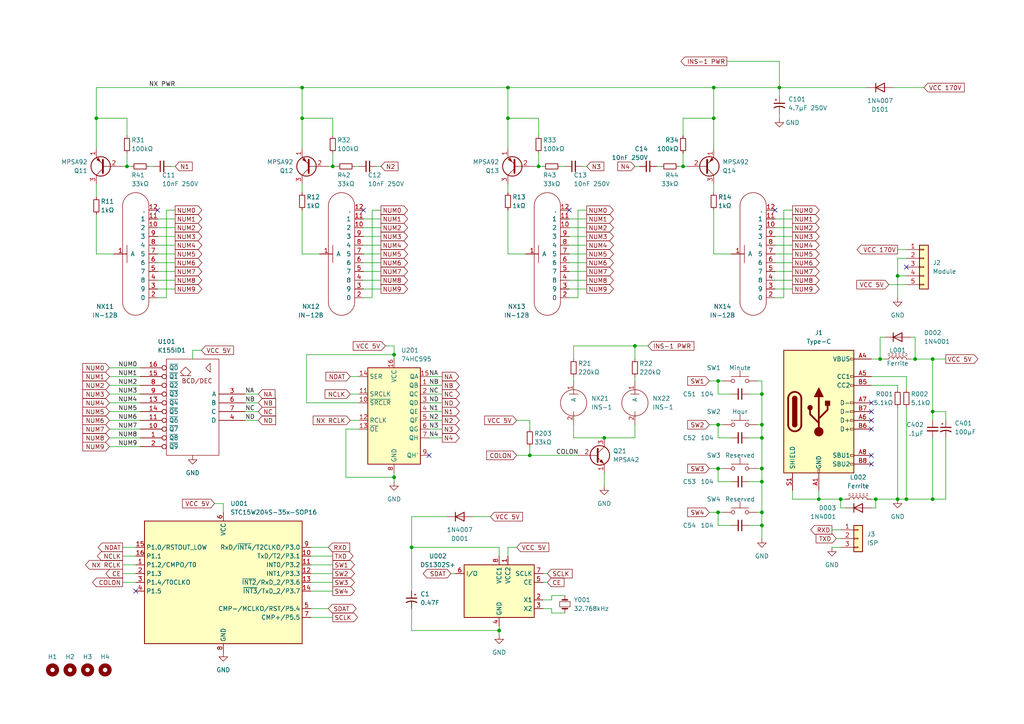
<source format=kicad_sch>
(kicad_sch (version 20211123) (generator eeschema)
  (paper "A4")
  (title_block (title "Glacc Nixie Tube Clock Schematic") (date "2023-01-17") (rev "1.1") (company "Glacc"))
  (lib_symbols
    (symbol "74xx:74HC595"
      (property "Reference" "U" (at -7.62 13.97 0))
      (property "Value" "74HC595" (at -7.62 -16.51 0))
      (symbol "74HC595_1_0"
        (pin tri_state line (at 10.16 7.62 180) (length 2.54) (name "QB") (number "1"))
        (pin input line (at -10.16 2.54 0) (length 2.54) (name "~{SRCLR}") (number "10"))
        (pin input line (at -10.16 5.08 0) (length 2.54) (name "SRCLK") (number "11"))
        (pin input line (at -10.16 -2.54 0) (length 2.54) (name "RCLK") (number "12"))
        (pin input line (at -10.16 -5.08 0) (length 2.54) (name "~{OE}") (number "13"))
        (pin input line (at -10.16 10.16 0) (length 2.54) (name "SER") (number "14"))
        (pin tri_state line (at 10.16 10.16 180) (length 2.54) (name "QA") (number "15"))
        (pin power_in line (at 0 15.24 270) (length 2.54) (name "VCC") (number "16"))
        (pin tri_state line (at 10.16 5.08 180) (length 2.54) (name "QC") (number "2"))
        (pin tri_state line (at 10.16 2.54 180) (length 2.54) (name "QD") (number "3"))
        (pin tri_state line (at 10.16 0 180) (length 2.54) (name "QE") (number "4"))
        (pin tri_state line (at 10.16 -2.54 180) (length 2.54) (name "QF") (number "5"))
        (pin tri_state line (at 10.16 -5.08 180) (length 2.54) (name "QG") (number "6"))
        (pin tri_state line (at 10.16 -7.62 180) (length 2.54) (name "QH") (number "7"))
        (pin power_in line (at 0 -17.78 90) (length 2.54) (name "GND") (number "8"))
        (pin output line (at 10.16 -12.7 180) (length 2.54) (name "QH'") (number "9"))
      )
    )
    (symbol "74xx_IEEE:74141" (pin_names (offset 0.762))
      (property "Reference" "U" (at 0 0 0))
      (property "Value" "74141" (at 7.62 -15.24 0))
      (symbol "74141_0_0"
        (text "BCD/DEC" (at -1.27 7.62 0) (effects (font (size 1.27 1.27))))
        (pin power_in line (at 0 -13.97 90) (length 0) hide (name "GND") (number "12"))
        (pin power_in line (at 0 13.97 270) (length 0) hide (name "VCC") (number "5"))
      )
      (symbol "74141_1_1"
        (pin open_collector inverted (at 15.24 -8.89 180) (length 7.62) (name "~{Q8}") (number "1"))
        (pin open_collector inverted (at 15.24 -6.35 180) (length 7.62) (name "~{Q7}") (number "10"))
        (pin open_collector inverted (at 15.24 -3.81 180) (length 7.62) (name "~{Q6}") (number "11"))
        (pin open_collector inverted (at 15.24 1.27 180) (length 7.62) (name "~{Q4}") (number "13"))
        (pin open_collector inverted (at 15.24 -1.27 180) (length 7.62) (name "~{Q5}") (number "14"))
        (pin open_collector inverted (at 15.24 8.89 180) (length 7.62) (name "~{Q1}") (number "15"))
        (pin open_collector inverted (at 15.24 11.43 180) (length 7.62) (name "~{Q0}") (number "16"))
        (pin open_collector inverted (at 15.24 -11.43 180) (length 7.62) (name "~{Q9}") (number "2"))
        (pin input line (at -15.24 3.81 0) (length 7.62) (name "A") (number "3"))
        (pin input line (at -15.24 -3.81 0) (length 7.62) (name "D") (number "4"))
        (pin input line (at -15.24 1.27 0) (length 7.62) (name "B") (number "6"))
        (pin input line (at -15.24 -1.27 0) (length 7.62) (name "C") (number "7"))
        (pin open_collector inverted (at 15.24 6.35 180) (length 7.62) (name "~{Q2}") (number "8"))
        (pin open_collector inverted (at 15.24 3.81 180) (length 7.62) (name "~{Q3}") (number "9"))
      )
    )
    (symbol "Connector:USB_C_Receptacle_USB2.0" (pin_names (offset 1.016))
      (property "Reference" "J" (at -10.16 19.05 0))
      (property "Value" "USB_C_Receptacle_USB2.0" (at 19.05 19.05 0))
      (symbol "USB_C_Receptacle_USB2.0_1_1"
        (pin passive line (at 0 -22.86 90) (length 5.08) (name "GND") (number "A1"))
        (pin passive line (at 0 -22.86 90) (length 5.08) hide (name "GND") (number "A12"))
        (pin passive line (at 15.24 15.24 180) (length 5.08) (name "VBUS") (number "A4"))
        (pin bidirectional line (at 15.24 10.16 180) (length 5.08) (name "CC1") (number "A5"))
        (pin bidirectional line (at 15.24 -2.54 180) (length 5.08) (name "D+") (number "A6"))
        (pin bidirectional line (at 15.24 2.54 180) (length 5.08) (name "D-") (number "A7"))
        (pin bidirectional line (at 15.24 -12.7 180) (length 5.08) (name "SBU1") (number "A8"))
        (pin passive line (at 15.24 15.24 180) (length 5.08) hide (name "VBUS") (number "A9"))
        (pin passive line (at 0 -22.86 90) (length 5.08) hide (name "GND") (number "B1"))
        (pin passive line (at 0 -22.86 90) (length 5.08) hide (name "GND") (number "B12"))
        (pin passive line (at 15.24 15.24 180) (length 5.08) hide (name "VBUS") (number "B4"))
        (pin bidirectional line (at 15.24 7.62 180) (length 5.08) (name "CC2") (number "B5"))
        (pin bidirectional line (at 15.24 -5.08 180) (length 5.08) (name "D+") (number "B6"))
        (pin bidirectional line (at 15.24 0 180) (length 5.08) (name "D-") (number "B7"))
        (pin bidirectional line (at 15.24 -15.24 180) (length 5.08) (name "SBU2") (number "B8"))
        (pin passive line (at 15.24 15.24 180) (length 5.08) hide (name "VBUS") (number "B9"))
        (pin passive line (at -7.62 -22.86 90) (length 5.08) (name "SHIELD") (number "S1"))
      )
    )
    (symbol "Connector_Generic:Conn_01x03" (pin_names (offset 1.016) hide)
      (property "Reference" "J" (at 0 5.08 0))
      (property "Value" "Conn_01x03" (at 0 -5.08 0))
      (symbol "Conn_01x03_1_1"
        (pin passive line (at -5.08 2.54 0) (length 3.81) (name "Pin_1") (number "1"))
        (pin passive line (at -5.08 0 0) (length 3.81) (name "Pin_2") (number "2"))
        (pin passive line (at -5.08 -2.54 0) (length 3.81) (name "Pin_3") (number "3"))
      )
    )
    (symbol "Connector_Generic:Conn_01x05" (pin_names (offset 1.016) hide)
      (property "Reference" "J" (at 0 7.62 0))
      (property "Value" "Conn_01x05" (at 0 -7.62 0))
      (symbol "Conn_01x05_1_1"
        (pin passive line (at -5.08 5.08 0) (length 3.81) (name "Pin_1") (number "1"))
        (pin passive line (at -5.08 2.54 0) (length 3.81) (name "Pin_2") (number "2"))
        (pin passive line (at -5.08 0 0) (length 3.81) (name "Pin_3") (number "3"))
        (pin passive line (at -5.08 -2.54 0) (length 3.81) (name "Pin_4") (number "4"))
        (pin passive line (at -5.08 -5.08 0) (length 3.81) (name "Pin_5") (number "5"))
      )
    )
    (symbol "Custom_Symbols:IN-12B" (pin_names (offset 1.016))
      (property "Reference" "NX" (at 0 19.05 0))
      (property "Value" "IN-12B" (at 0 -19.05 0))
      (symbol "IN-12B_1_1"
        (pin bidirectional line (at -6.35 0 0) (length 3.81) (name "A") (number "1"))
        (pin bidirectional line (at 6.35 -7.62 180) (length 2.54) (name "2") (number "10"))
        (pin bidirectional line (at 6.35 -10.16 180) (length 2.54) (name "1") (number "11"))
        (pin bidirectional line (at 6.35 -12.7 180) (length 2.54) (name ".") (number "12"))
        (pin bidirectional line (at 6.35 12.7 180) (length 2.54) (name "0") (number "2"))
        (pin bidirectional line (at 6.35 10.16 180) (length 2.54) (name "9") (number "3"))
        (pin bidirectional line (at 6.35 7.62 180) (length 2.54) (name "8") (number "4"))
        (pin bidirectional line (at 6.35 5.08 180) (length 2.54) (name "7") (number "5"))
        (pin bidirectional line (at 6.35 2.54 180) (length 2.54) (name "6") (number "6"))
        (pin bidirectional line (at 6.35 0 180) (length 2.54) (name "5") (number "7"))
        (pin bidirectional line (at 6.35 -2.54 180) (length 2.54) (name "4") (number "8"))
        (pin bidirectional line (at 6.35 -5.08 180) (length 2.54) (name "3") (number "9"))
      )
    )
    (symbol "Custom_Symbols:INS-1" (pin_names (offset 1.016))
      (property "Reference" "NX5" (at 4.5212 1.1684 0))
      (property "Value" "INS-1" (at 4.5212 -1.143 0))
      (symbol "INS-1_1_1"
        (pin bidirectional line (at 0 6.35 270) (length 3.81) (name "A") (number "1"))
        (pin power_in line (at 0 -6.35 90) (length 3.81) (name "~") (number "2"))
      )
    )
    (symbol "Device:C_Polarized_Small_US" (pin_numbers hide) (pin_names (offset 0.254) hide)
      (property "Reference" "C" (at 0.254 1.778 0))
      (property "Value" "C_Polarized_Small_US" (at 0.254 -2.032 0))
      (symbol "C_Polarized_Small_US_1_1"
        (pin passive line (at 0 2.54 270) (length 2.032) (name "~") (number "1"))
        (pin passive line (at 0 -2.54 90) (length 2.032) (name "~") (number "2"))
      )
    )
    (symbol "Device:C_Small" (pin_numbers hide) (pin_names (offset 0.254) hide)
      (property "Reference" "C" (at 0.254 1.778 0))
      (property "Value" "C_Small" (at 0.254 -2.032 0))
      (symbol "C_Small_1_1"
        (pin passive line (at 0 2.54 270) (length 2.032) (name "~") (number "1"))
        (pin passive line (at 0 -2.54 90) (length 2.032) (name "~") (number "2"))
      )
    )
    (symbol "Device:Crystal_Small" (pin_numbers hide) (pin_names (offset 1.016) hide)
      (property "Reference" "Y" (at 0 2.54 0))
      (property "Value" "Crystal_Small" (at 0 -2.54 0))
      (symbol "Crystal_Small_1_1"
        (pin passive line (at -2.54 0 0) (length 1.27) (name "1") (number "1"))
        (pin passive line (at 2.54 0 180) (length 1.27) (name "2") (number "2"))
      )
    )
    (symbol "Device:L_Ferrite" (pin_numbers hide) (pin_names (offset 1.016) hide)
      (property "Reference" "L" (at -1.27 0 90))
      (property "Value" "L_Ferrite" (at 2.794 0 90))
      (symbol "L_Ferrite_1_1"
        (pin passive line (at 0 3.81 270) (length 1.27) (name "1") (number "1"))
        (pin passive line (at 0 -3.81 90) (length 1.27) (name "2") (number "2"))
      )
    )
    (symbol "Device:R_Small" (pin_numbers hide) (pin_names (offset 0.254) hide)
      (property "Reference" "R" (at 0.762 0.508 0))
      (property "Value" "R_Small" (at 0.762 -1.016 0))
      (symbol "R_Small_1_1"
        (pin passive line (at 0 2.54 270) (length 0.762) (name "~") (number "1"))
        (pin passive line (at 0 -2.54 90) (length 0.762) (name "~") (number "2"))
      )
    )
    (symbol "Diode:1N4007" (pin_numbers hide) (pin_names (offset 1.016) hide)
      (property "Reference" "D" (at 0 2.54 0))
      (property "Value" "1N4007" (at 0 -2.54 0))
      (symbol "1N4007_1_1"
        (pin passive line (at -3.81 0 0) (length 2.54) (name "K") (number "1"))
        (pin passive line (at 3.81 0 180) (length 2.54) (name "A") (number "2"))
      )
    )
    (symbol "MCU_STC:STC15W204S-35x-SOP16"
      (property "Reference" "U" (at -22.86 19.05 0))
      (property "Value" "STC15W204S-35x-SOP16" (at 1.27 19.05 0))
      (symbol "STC15W204S-35x-SOP16_1_1"
        (pin bidirectional line (at -25.4 5.08 0) (length 2.54) (name "P1.2/CMPO/T0") (number "1"))
        (pin bidirectional line (at 25.4 7.62 180) (length 2.54) (name "TxD/T2/P3.1") (number "10"))
        (pin bidirectional line (at 25.4 5.08 180) (length 2.54) (name "INT0/P3.2") (number "11"))
        (pin bidirectional line (at 25.4 2.54 180) (length 2.54) (name "INT1/P3.3") (number "12"))
        (pin bidirectional line (at 25.4 0 180) (length 2.54) (name "~{INT2}/RxD_2/P3.6") (number "13"))
        (pin bidirectional line (at 25.4 -2.54 180) (length 2.54) (name "~{INT3}/TxD_2/P3.7") (number "14"))
        (pin bidirectional line (at -25.4 10.16 0) (length 2.54) (name "P1.0/RSTOUT_LOW") (number "15"))
        (pin bidirectional line (at -25.4 7.62 0) (length 2.54) (name "P1.1") (number "16"))
        (pin bidirectional line (at -25.4 2.54 0) (length 2.54) (name "P1.3") (number "2"))
        (pin bidirectional line (at -25.4 0 0) (length 2.54) (name "P1.4/T0CLKO") (number "3"))
        (pin bidirectional line (at -25.4 -2.54 0) (length 2.54) (name "P1.5") (number "4"))
        (pin bidirectional line (at 25.4 -7.62 180) (length 2.54) (name "CMP-/MCLKO/RST/P5.4") (number "5"))
        (pin power_in line (at 0 20.32 270) (length 2.54) (name "VCC") (number "6"))
        (pin bidirectional line (at 25.4 -10.16 180) (length 2.54) (name "CMP+/P5.5") (number "7"))
        (pin power_in line (at 0 -20.32 90) (length 2.54) (name "GND") (number "8"))
        (pin bidirectional line (at 25.4 10.16 180) (length 2.54) (name "RxD/~{INT4}/T2CLKO/P3.0") (number "9"))
      )
    )
    (symbol "Mechanical:MountingHole" (pin_names (offset 1.016))
      (property "Reference" "H" (at 0 5.08 0))
      (property "Value" "MountingHole" (at 0 3.175 0))
    )
    (symbol "Switch:SW_Push" (pin_numbers hide) (pin_names (offset 1.016) hide)
      (property "Reference" "SW" (at 1.27 2.54 0))
      (property "Value" "SW_Push" (at 0 -1.524 0))
      (symbol "SW_Push_0_1"
        (pin passive line (at -5.08 0 0) (length 2.54) (name "1") (number "1"))
        (pin passive line (at 5.08 0 180) (length 2.54) (name "2") (number "2"))
      )
    )
    (symbol "Timer_RTC:DS1302S+"
      (property "Reference" "U" (at -8.89 8.89 0))
      (property "Value" "DS1302S+" (at 1.27 8.89 0))
      (symbol "DS1302S+_1_1"
        (pin power_in line (at -2.54 10.16 270) (length 2.54) (name "VCC2") (number "1"))
        (pin input line (at -12.7 -2.54 0) (length 2.54) (name "X1") (number "2"))
        (pin input line (at -12.7 -5.08 0) (length 2.54) (name "X2") (number "3"))
        (pin power_in line (at 0 -10.16 90) (length 2.54) (name "GND") (number "4"))
        (pin input line (at -12.7 2.54 0) (length 2.54) (name "CE") (number "5"))
        (pin bidirectional line (at 12.7 5.08 180) (length 2.54) (name "I/O") (number "6"))
        (pin input line (at -12.7 5.08 0) (length 2.54) (name "SCLK") (number "7"))
        (pin power_in line (at 0 10.16 270) (length 2.54) (name "VCC1") (number "8"))
      )
    )
    (symbol "Transistor_BJT:MPSA42" (pin_names (offset 1.016) hide)
      (property "Reference" "Q" (at 5.08 1.905 0))
      (property "Value" "MPSA42" (at 5.08 0 0))
      (symbol "MPSA42_1_1"
        (pin passive line (at 2.54 -5.08 90) (length 2.54) (name "E") (number "1"))
        (pin input line (at -5.08 0 0) (length 5.08) (name "B") (number "2"))
        (pin passive line (at 2.54 5.08 270) (length 2.54) (name "C") (number "3"))
      )
    )
    (symbol "Transistor_BJT:MPSA92" (pin_names (offset 1.016) hide)
      (property "Reference" "Q" (at 5.08 1.905 0))
      (property "Value" "MPSA92" (at 5.08 0 0))
      (symbol "MPSA92_1_1"
        (pin passive line (at 2.54 -5.08 90) (length 2.54) (name "E") (number "1"))
        (pin input line (at -5.08 0 0) (length 5.08) (name "B") (number "2"))
        (pin passive line (at 2.54 5.08 270) (length 2.54) (name "C") (number "3"))
      )
    )
    (symbol "power:GND" (power) (pin_names (offset 0))
      (property "Value" "GND" (at 0 -3.81 0))
      (symbol "GND_1_1"
        (pin power_in line (at 0 0 270) (length 0) hide (name "GND") (number "1"))
      )
    )
  )
  (junction (at 87.63 25.4))
  (junction (at 208.28 110.49))
  (junction (at 153.67 132.08))
  (junction (at 208.28 135.89))
  (junction (at 270.51 104.14))
  (junction (at 220.98 152.4))
  (junction (at 260.35 144.78))
  (junction (at 255.27 104.14))
  (junction (at 220.98 148.59))
  (junction (at 262.89 144.78))
  (junction (at 265.43 104.14))
  (junction (at 36.83 48.26))
  (junction (at 144.78 182.88))
  (junction (at 207.01 25.4))
  (junction (at 220.98 127))
  (junction (at 208.28 123.19))
  (junction (at 114.3 102.87))
  (junction (at 147.32 25.4))
  (junction (at 220.98 123.19))
  (junction (at 270.51 144.78))
  (junction (at 220.98 139.7))
  (junction (at 207.01 34.29))
  (junction (at 220.98 135.89))
  (junction (at 226.06 25.4))
  (junction (at 184.15 100.33))
  (junction (at 270.51 119.38))
  (junction (at 175.26 127))
  (junction (at 220.98 114.3))
  (junction (at 27.94 34.29))
  (junction (at 119.38 158.75))
  (junction (at 87.63 34.29))
  (junction (at 96.52 48.26))
  (junction (at 198.12 48.26))
  (junction (at 156.21 48.26))
  (junction (at 114.3 138.43))
  (junction (at 254 144.78))
  (junction (at 208.28 148.59))
  (junction (at 147.32 34.29))
  (junction (at 260.35 80.01))
  (junction (at 237.49 144.78))
  (junction (at 243.84 144.78))
  (no_connect (at 165.1 60.96))
  (no_connect (at 45.72 60.96))
  (no_connect (at 105.41 60.96))
  (no_connect (at 252.73 134.62))
  (no_connect (at 252.73 121.92))
  (no_connect (at 252.73 124.46))
  (no_connect (at 252.73 119.38))
  (no_connect (at 252.73 132.08))
  (no_connect (at 252.73 116.84))
  (no_connect (at 124.46 132.08))
  (no_connect (at 224.79 60.96))
  (no_connect (at 262.89 77.47))
  (no_connect (at 39.37 171.45))
  (wire (pts (xy 252.73 104.14) (xy 255.27 104.14)))
  (wire (pts (xy 184.15 48.26) (xy 185.42 48.26)))
  (wire (pts (xy 124.46 119.38) (xy 128.27 119.38)))
  (wire (pts (xy 224.79 63.5) (xy 229.87 63.5)))
  (wire (pts (xy 270.51 127) (xy 270.51 144.78)))
  (wire (pts (xy 27.94 25.4) (xy 27.94 34.29)))
  (wire (pts (xy 252.73 147.32) (xy 254 147.32)))
  (wire (pts (xy 167.64 60.96) (xy 170.18 60.96)))
  (wire (pts (xy 198.12 44.45) (xy 198.12 48.26)))
  (wire (pts (xy 87.63 53.34) (xy 87.63 55.88)))
  (wire (pts (xy 114.3 100.33) (xy 114.3 102.87)))
  (wire (pts (xy 243.84 144.78) (xy 243.84 147.32)))
  (wire (pts (xy 105.41 71.12) (xy 110.49 71.12)))
  (wire (pts (xy 124.46 114.3) (xy 128.27 114.3)))
  (wire (pts (xy 27.94 25.4) (xy 87.63 25.4)))
  (wire (pts (xy 100.33 138.43) (xy 114.3 138.43)))
  (wire (pts (xy 264.16 104.14) (xy 265.43 104.14)))
  (wire (pts (xy 119.38 176.53) (xy 119.38 182.88)))
  (wire (pts (xy 114.3 102.87) (xy 114.3 104.14)))
  (wire (pts (xy 217.17 127) (xy 220.98 127)))
  (wire (pts (xy 208.28 127) (xy 212.09 127)))
  (wire (pts (xy 153.67 121.92) (xy 153.67 124.46)))
  (wire (pts (xy 71.12 116.84) (xy 74.93 116.84)))
  (wire (pts (xy 119.38 182.88) (xy 144.78 182.88)))
  (wire (pts (xy 96.52 34.29) (xy 87.63 34.29)))
  (wire (pts (xy 105.41 68.58) (xy 110.49 68.58)))
  (wire (pts (xy 147.32 73.66) (xy 152.4 73.66)))
  (wire (pts (xy 198.12 48.26) (xy 196.85 48.26)))
  (wire (pts (xy 124.46 127) (xy 128.27 127)))
  (wire (pts (xy 166.37 109.22) (xy 166.37 110.49)))
  (wire (pts (xy 101.6 121.92) (xy 104.14 121.92)))
  (wire (pts (xy 36.83 34.29) (xy 27.94 34.29)))
  (wire (pts (xy 220.98 123.19) (xy 220.98 127)))
  (wire (pts (xy 147.32 34.29) (xy 147.32 43.18)))
  (wire (pts (xy 208.28 135.89) (xy 208.28 139.7)))
  (wire (pts (xy 184.15 100.33) (xy 166.37 100.33)))
  (wire (pts (xy 205.74 123.19) (xy 208.28 123.19)))
  (wire (pts (xy 226.06 34.29) (xy 226.06 33.02)))
  (wire (pts (xy 71.12 119.38) (xy 74.93 119.38)))
  (wire (pts (xy 165.1 78.74) (xy 170.18 78.74)))
  (wire (pts (xy 45.72 71.12) (xy 50.8 71.12)))
  (wire (pts (xy 90.17 163.83) (xy 96.52 163.83)))
  (wire (pts (xy 220.98 127) (xy 220.98 135.89)))
  (wire (pts (xy 154.94 48.26) (xy 156.21 48.26)))
  (wire (pts (xy 220.98 139.7) (xy 220.98 148.59)))
  (wire (pts (xy 243.84 144.78) (xy 245.1225 144.78)))
  (wire (pts (xy 242.57 156.21) (xy 243.84 156.21)))
  (wire (pts (xy 160.02 172.72) (xy 163.83 172.72)))
  (wire (pts (xy 270.51 119.38) (xy 270.51 121.92)))
  (wire (pts (xy 157.48 173.99) (xy 160.02 173.99)))
  (wire (pts (xy 224.79 71.12) (xy 229.87 71.12)))
  (wire (pts (xy 270.51 104.14) (xy 270.51 119.38)))
  (wire (pts (xy 90.17 168.91) (xy 96.52 168.91)))
  (wire (pts (xy 36.83 48.26) (xy 38.1 48.26)))
  (wire (pts (xy 124.46 124.46) (xy 128.27 124.46)))
  (wire (pts (xy 270.51 144.78) (xy 274.32 144.78)))
  (wire (pts (xy 165.1 68.58) (xy 170.18 68.58)))
  (wire (pts (xy 208.28 148.59) (xy 209.55 148.59)))
  (wire (pts (xy 165.1 66.04) (xy 170.18 66.04)))
  (wire (pts (xy 166.37 127) (xy 175.26 127)))
  (wire (pts (xy 207.01 73.66) (xy 212.09 73.66)))
  (wire (pts (xy 205.74 148.59) (xy 208.28 148.59)))
  (wire (pts (xy 157.48 168.91) (xy 158.75 168.91)))
  (wire (pts (xy 49.53 48.26) (xy 50.8 48.26)))
  (wire (pts (xy 262.89 144.78) (xy 262.89 118.11)))
  (wire (pts (xy 27.94 62.23) (xy 27.94 73.66)))
  (wire (pts (xy 149.86 121.92) (xy 153.67 121.92)))
  (wire (pts (xy 220.98 148.59) (xy 220.98 152.4)))
  (wire (pts (xy 31.75 129.54) (xy 40.64 129.54)))
  (wire (pts (xy 45.72 81.28) (xy 50.8 81.28)))
  (wire (pts (xy 224.79 66.04) (xy 229.87 66.04)))
  (wire (pts (xy 43.18 48.26) (xy 44.45 48.26)))
  (wire (pts (xy 45.72 76.2) (xy 50.8 76.2)))
  (wire (pts (xy 274.32 119.38) (xy 274.32 121.92)))
  (wire (pts (xy 27.94 53.34) (xy 27.94 57.15)))
  (wire (pts (xy 147.32 158.75) (xy 149.86 158.75)))
  (wire (pts (xy 45.72 68.58) (xy 50.8 68.58)))
  (wire (pts (xy 31.75 116.84) (xy 40.64 116.84)))
  (wire (pts (xy 149.86 132.08) (xy 153.67 132.08)))
  (wire (pts (xy 175.26 127) (xy 184.15 127)))
  (wire (pts (xy 167.64 60.96) (xy 167.64 86.36)))
  (wire (pts (xy 105.41 86.36) (xy 107.95 86.36)))
  (wire (pts (xy 114.3 137.16) (xy 114.3 138.43)))
  (wire (pts (xy 129.54 149.86) (xy 119.38 149.86)))
  (wire (pts (xy 270.51 104.14) (xy 274.32 104.14)))
  (wire (pts (xy 90.17 176.53) (xy 95.25 176.53)))
  (wire (pts (xy 144.78 182.88) (xy 144.78 181.61)))
  (wire (pts (xy 31.75 114.3) (xy 40.64 114.3)))
  (wire (pts (xy 31.75 111.76) (xy 40.64 111.76)))
  (wire (pts (xy 260.35 144.78) (xy 262.89 144.78)))
  (wire (pts (xy 58.42 101.6) (xy 55.88 101.6)))
  (wire (pts (xy 260.35 74.93) (xy 260.35 80.01)))
  (wire (pts (xy 87.63 25.4) (xy 87.63 34.29)))
  (wire (pts (xy 109.22 48.26) (xy 110.49 48.26)))
  (wire (pts (xy 252.73 111.76) (xy 260.35 111.76)))
  (wire (pts (xy 45.72 78.74) (xy 50.8 78.74)))
  (wire (pts (xy 31.75 106.68) (xy 40.64 106.68)))
  (wire (pts (xy 224.79 76.2) (xy 229.87 76.2)))
  (wire (pts (xy 220.98 114.3) (xy 220.98 123.19)))
  (wire (pts (xy 257.81 82.55) (xy 262.89 82.55)))
  (wire (pts (xy 119.38 171.45) (xy 119.38 158.75)))
  (wire (pts (xy 160.02 173.99) (xy 160.02 172.72)))
  (wire (pts (xy 31.75 124.46) (xy 40.64 124.46)))
  (wire (pts (xy 165.1 73.66) (xy 170.18 73.66)))
  (wire (pts (xy 107.95 60.96) (xy 107.95 86.36)))
  (wire (pts (xy 208.28 110.49) (xy 209.55 110.49)))
  (wire (pts (xy 147.32 25.4) (xy 87.63 25.4)))
  (wire (pts (xy 175.26 137.16) (xy 175.26 140.97)))
  (wire (pts (xy 168.91 48.26) (xy 170.18 48.26)))
  (wire (pts (xy 71.12 121.92) (xy 74.93 121.92)))
  (wire (pts (xy 96.52 48.26) (xy 97.79 48.26)))
  (wire (pts (xy 144.78 184.15) (xy 144.78 182.88)))
  (wire (pts (xy 224.79 83.82) (xy 229.87 83.82)))
  (wire (pts (xy 153.67 132.08) (xy 167.64 132.08)))
  (wire (pts (xy 101.6 114.3) (xy 104.14 114.3)))
  (wire (pts (xy 243.84 158.75) (xy 241.3 158.75)))
  (wire (pts (xy 48.26 86.36) (xy 48.26 60.96)))
  (wire (pts (xy 217.17 114.3) (xy 220.98 114.3)))
  (wire (pts (xy 160.02 177.8) (xy 160.02 176.53)))
  (wire (pts (xy 105.41 78.74) (xy 110.49 78.74)))
  (wire (pts (xy 227.33 86.36) (xy 224.79 86.36)))
  (wire (pts (xy 243.84 147.32) (xy 245.11 147.32)))
  (wire (pts (xy 220.98 135.89) (xy 220.98 139.7)))
  (wire (pts (xy 147.32 60.96) (xy 147.32 73.66)))
  (wire (pts (xy 255.27 104.14) (xy 256.54 104.14)))
  (wire (pts (xy 153.67 129.54) (xy 153.67 132.08)))
  (wire (pts (xy 147.32 25.4) (xy 147.32 34.29)))
  (wire (pts (xy 205.74 135.89) (xy 208.28 135.89)))
  (wire (pts (xy 35.56 166.37) (xy 39.37 166.37)))
  (wire (pts (xy 90.17 179.07) (xy 96.52 179.07)))
  (wire (pts (xy 147.32 53.34) (xy 147.32 55.88)))
  (wire (pts (xy 62.23 146.05) (xy 64.77 146.05)))
  (wire (pts (xy 217.17 152.4) (xy 220.98 152.4)))
  (wire (pts (xy 105.41 66.04) (xy 110.49 66.04)))
  (wire (pts (xy 208.28 123.19) (xy 209.55 123.19)))
  (wire (pts (xy 156.21 39.37) (xy 156.21 34.29)))
  (wire (pts (xy 111.76 100.33) (xy 114.3 100.33)))
  (wire (pts (xy 219.71 135.89) (xy 220.98 135.89)))
  (wire (pts (xy 184.15 109.22) (xy 184.15 110.49)))
  (wire (pts (xy 224.79 73.66) (xy 229.87 73.66)))
  (wire (pts (xy 260.35 80.01) (xy 260.35 86.36)))
  (wire (pts (xy 254 147.32) (xy 254 144.78)))
  (wire (pts (xy 254 144.78) (xy 260.35 144.78)))
  (wire (pts (xy 207.01 25.4) (xy 226.06 25.4)))
  (wire (pts (xy 87.63 60.96) (xy 87.63 73.66)))
  (wire (pts (xy 205.74 110.49) (xy 208.28 110.49)))
  (wire (pts (xy 262.89 144.78) (xy 270.51 144.78)))
  (wire (pts (xy 90.17 158.75) (xy 95.25 158.75)))
  (wire (pts (xy 165.1 81.28) (xy 170.18 81.28)))
  (wire (pts (xy 226.06 27.94) (xy 226.06 25.4)))
  (wire (pts (xy 144.78 158.75) (xy 144.78 161.29)))
  (wire (pts (xy 31.75 121.92) (xy 40.64 121.92)))
  (wire (pts (xy 207.01 25.4) (xy 147.32 25.4)))
  (wire (pts (xy 45.72 63.5) (xy 50.8 63.5)))
  (wire (pts (xy 95.25 48.26) (xy 96.52 48.26)))
  (wire (pts (xy 166.37 100.33) (xy 166.37 104.14)))
  (wire (pts (xy 124.46 109.22) (xy 128.27 109.22)))
  (wire (pts (xy 210.82 17.78) (xy 226.06 17.78)))
  (wire (pts (xy 130.81 166.37) (xy 132.08 166.37)))
  (wire (pts (xy 260.35 111.76) (xy 260.35 113.03)))
  (wire (pts (xy 87.63 73.66) (xy 92.71 73.66)))
  (wire (pts (xy 55.88 101.6) (xy 55.88 104.14)))
  (wire (pts (xy 158.75 166.37) (xy 157.48 166.37)))
  (wire (pts (xy 219.71 110.49) (xy 220.98 110.49)))
  (wire (pts (xy 208.28 123.19) (xy 208.28 127)))
  (wire (pts (xy 265.43 104.14) (xy 270.51 104.14)))
  (wire (pts (xy 105.41 73.66) (xy 110.49 73.66)))
  (wire (pts (xy 35.56 163.83) (xy 39.37 163.83)))
  (wire (pts (xy 267.97 25.4) (xy 259.08 25.4)))
  (wire (pts (xy 105.41 63.5) (xy 110.49 63.5)))
  (wire (pts (xy 147.32 161.29) (xy 147.32 158.75)))
  (wire (pts (xy 100.33 124.46) (xy 100.33 138.43)))
  (wire (pts (xy 208.28 152.4) (xy 212.09 152.4)))
  (wire (pts (xy 48.26 60.96) (xy 50.8 60.96)))
  (wire (pts (xy 274.32 144.78) (xy 274.32 127)))
  (wire (pts (xy 207.01 53.34) (xy 207.01 55.88)))
  (wire (pts (xy 156.21 44.45) (xy 156.21 48.26)))
  (wire (pts (xy 119.38 149.86) (xy 119.38 158.75)))
  (wire (pts (xy 219.71 148.59) (xy 220.98 148.59)))
  (wire (pts (xy 31.75 119.38) (xy 40.64 119.38)))
  (wire (pts (xy 220.98 152.4) (xy 220.98 156.21)))
  (wire (pts (xy 35.56 158.75) (xy 39.37 158.75)))
  (wire (pts (xy 45.72 73.66) (xy 50.8 73.66)))
  (wire (pts (xy 199.39 48.26) (xy 198.12 48.26)))
  (wire (pts (xy 237.49 142.24) (xy 237.49 144.78)))
  (wire (pts (xy 102.87 48.26) (xy 104.14 48.26)))
  (wire (pts (xy 241.3 153.67) (xy 243.84 153.67)))
  (wire (pts (xy 208.28 139.7) (xy 212.09 139.7)))
  (wire (pts (xy 260.35 144.78) (xy 260.35 118.11)))
  (wire (pts (xy 219.71 123.19) (xy 220.98 123.19)))
  (wire (pts (xy 96.52 39.37) (xy 96.52 34.29)))
  (wire (pts (xy 262.89 74.93) (xy 260.35 74.93)))
  (wire (pts (xy 227.33 60.96) (xy 229.87 60.96)))
  (wire (pts (xy 165.1 76.2) (xy 170.18 76.2)))
  (wire (pts (xy 184.15 100.33) (xy 184.15 104.14)))
  (wire (pts (xy 165.1 63.5) (xy 170.18 63.5)))
  (wire (pts (xy 35.56 168.91) (xy 39.37 168.91)))
  (wire (pts (xy 156.21 48.26) (xy 157.48 48.26)))
  (wire (pts (xy 229.87 144.78) (xy 237.49 144.78)))
  (wire (pts (xy 90.17 161.29) (xy 96.52 161.29)))
  (wire (pts (xy 255.27 97.79) (xy 256.54 97.79)))
  (wire (pts (xy 184.15 127) (xy 184.15 123.19)))
  (wire (pts (xy 208.28 114.3) (xy 212.09 114.3)))
  (wire (pts (xy 71.12 114.3) (xy 74.93 114.3)))
  (wire (pts (xy 90.17 166.37) (xy 96.52 166.37)))
  (wire (pts (xy 105.41 83.82) (xy 110.49 83.82)))
  (wire (pts (xy 124.46 121.92) (xy 128.27 121.92)))
  (wire (pts (xy 184.15 100.33) (xy 187.96 100.33)))
  (wire (pts (xy 229.87 142.24) (xy 229.87 144.78)))
  (wire (pts (xy 27.94 34.29) (xy 27.94 43.18)))
  (wire (pts (xy 165.1 83.82) (xy 170.18 83.82)))
  (wire (pts (xy 27.94 73.66) (xy 33.02 73.66)))
  (wire (pts (xy 104.14 116.84) (xy 88.9 116.84)))
  (wire (pts (xy 198.12 39.37) (xy 198.12 34.29)))
  (wire (pts (xy 90.17 171.45) (xy 96.52 171.45)))
  (wire (pts (xy 101.6 109.22) (xy 104.14 109.22)))
  (wire (pts (xy 208.28 135.89) (xy 209.55 135.89)))
  (wire (pts (xy 160.02 176.53) (xy 157.48 176.53)))
  (wire (pts (xy 165.1 71.12) (xy 170.18 71.12)))
  (wire (pts (xy 208.28 110.49) (xy 208.28 114.3)))
  (wire (pts (xy 119.38 158.75) (xy 144.78 158.75)))
  (wire (pts (xy 262.89 109.22) (xy 262.89 113.03)))
  (wire (pts (xy 207.01 60.96) (xy 207.01 73.66)))
  (wire (pts (xy 124.46 116.84) (xy 128.27 116.84)))
  (wire (pts (xy 220.98 110.49) (xy 220.98 114.3)))
  (wire (pts (xy 252.73 109.22) (xy 262.89 109.22)))
  (wire (pts (xy 270.51 119.38) (xy 274.32 119.38)))
  (wire (pts (xy 264.16 97.79) (xy 265.43 97.79)))
  (wire (pts (xy 265.43 97.79) (xy 265.43 104.14)))
  (wire (pts (xy 45.72 83.82) (xy 50.8 83.82)))
  (wire (pts (xy 224.79 68.58) (xy 229.87 68.58)))
  (wire (pts (xy 88.9 116.84) (xy 88.9 102.87)))
  (wire (pts (xy 207.01 25.4) (xy 207.01 34.29)))
  (wire (pts (xy 35.56 48.26) (xy 36.83 48.26)))
  (wire (pts (xy 227.33 60.96) (xy 227.33 86.36)))
  (wire (pts (xy 137.16 149.86) (xy 142.24 149.86)))
  (wire (pts (xy 124.46 111.76) (xy 128.27 111.76)))
  (wire (pts (xy 35.56 161.29) (xy 39.37 161.29)))
  (wire (pts (xy 100.33 124.46) (xy 104.14 124.46)))
  (wire (pts (xy 105.41 76.2) (xy 110.49 76.2)))
  (wire (pts (xy 36.83 44.45) (xy 36.83 48.26)))
  (wire (pts (xy 237.49 144.78) (xy 243.84 144.78)))
  (wire (pts (xy 45.72 86.36) (xy 48.26 86.36)))
  (wire (pts (xy 260.35 72.39) (xy 262.89 72.39)))
  (wire (pts (xy 167.64 86.36) (xy 165.1 86.36)))
  (wire (pts (xy 114.3 138.43) (xy 114.3 139.7)))
  (wire (pts (xy 224.79 81.28) (xy 229.87 81.28)))
  (wire (pts (xy 226.06 17.78) (xy 226.06 25.4)))
  (wire (pts (xy 262.89 80.01) (xy 260.35 80.01)))
  (wire (pts (xy 156.21 34.29) (xy 147.32 34.29)))
  (wire (pts (xy 36.83 39.37) (xy 36.83 34.29)))
  (wire (pts (xy 160.02 177.8) (xy 163.83 177.8)))
  (wire (pts (xy 45.72 66.04) (xy 50.8 66.04)))
  (wire (pts (xy 64.77 146.05) (xy 64.77 148.59)))
  (wire (pts (xy 31.75 127) (xy 40.64 127)))
  (wire (pts (xy 105.41 81.28) (xy 110.49 81.28)))
  (wire (pts (xy 87.63 34.29) (xy 87.63 43.18)))
  (wire (pts (xy 198.12 34.29) (xy 207.01 34.29)))
  (wire (pts (xy 208.28 148.59) (xy 208.28 152.4)))
  (wire (pts (xy 31.75 109.22) (xy 40.64 109.22)))
  (wire (pts (xy 255.27 104.14) (xy 255.27 97.79)))
  (wire (pts (xy 88.9 102.87) (xy 114.3 102.87)))
  (wire (pts (xy 166.37 123.19) (xy 166.37 127)))
  (wire (pts (xy 224.79 78.74) (xy 229.87 78.74)))
  (wire (pts (xy 107.95 60.96) (xy 110.49 60.96)))
  (wire (pts (xy 226.06 25.4) (xy 251.46 25.4)))
  (wire (pts (xy 190.5 48.26) (xy 191.77 48.26)))
  (wire (pts (xy 252.7425 144.78) (xy 254 144.78)))
  (wire (pts (xy 207.01 34.29) (xy 207.01 43.18)))
  (wire (pts (xy 96.52 44.45) (xy 96.52 48.26)))
  (wire (pts (xy 162.56 48.26) (xy 163.83 48.26)))
  (wire (pts (xy 217.17 139.7) (xy 220.98 139.7)))
  (label "N2" (at 124.46 121.92 0))
  (label "N1" (at 124.46 119.38 0))
  (label "N3" (at 124.46 124.46 0))
  (label "NUM5" (at 34.29 119.38 0))
  (label "NA" (at 71.12 114.3 0))
  (label "NUM1" (at 34.29 109.22 0))
  (label "ND" (at 71.12 121.92 0))
  (label "NC" (at 71.12 119.38 0))
  (label "NUM4" (at 34.29 116.84 0))
  (label "ND" (at 124.46 116.84 0))
  (label "NUM7" (at 34.29 124.46 0))
  (label "COLON" (at 161.29 132.08 0))
  (label "N4" (at 124.46 127 0))
  (label "NUM6" (at 34.29 121.92 0))
  (label "NUM2" (at 34.29 111.76 0))
  (label "NB" (at 71.12 116.84 0))
  (label "NX PWR" (at 43.18 25.4 0))
  (label "NC" (at 124.46 114.3 0))
  (label "NUM9" (at 34.29 129.54 0))
  (label "NB" (at 124.46 111.76 0))
  (label "NA" (at 124.46 109.22 0))
  (label "NUM0" (at 34.29 106.68 0))
  (label "NUM3" (at 34.29 114.3 0))
  (label "NUM8" (at 34.29 127 0))
  (global_label "NUM2" (shape output) (at 50.8 66.04 0) (property "Intersheet References" "${INTERSHEET_REFS}" (effects hide)))
  (global_label "NUM6" (shape output) (at 50.8 76.2 0) (property "Intersheet References" "${INTERSHEET_REFS}" (effects hide)))
  (global_label "VCC 170V" (shape input) (at 267.97 25.4 0) (property "Intersheet References" "${INTERSHEET_REFS}" (effects hide)))
  (global_label "NUM6" (shape output) (at 229.87 76.2 0) (property "Intersheet References" "${INTERSHEET_REFS}" (effects hide)))
  (global_label "NUM5" (shape output) (at 110.49 73.66 0) (property "Intersheet References" "${INTERSHEET_REFS}" (effects hide)))
  (global_label "CE" (shape output) (at 35.56 166.37 180) (property "Intersheet References" "${INTERSHEET_REFS}" (effects hide)))
  (global_label "NUM7" (shape output) (at 50.8 78.74 0) (property "Intersheet References" "${INTERSHEET_REFS}" (effects hide)))
  (global_label "NUM4" (shape output) (at 170.18 71.12 0) (property "Intersheet References" "${INTERSHEET_REFS}" (effects hide)))
  (global_label "NUM4" (shape output) (at 110.49 71.12 0) (property "Intersheet References" "${INTERSHEET_REFS}" (effects hide)))
  (global_label "NUM4" (shape input) (at 31.75 116.84 180) (property "Intersheet References" "${INTERSHEET_REFS}" (effects hide)))
  (global_label "NUM2" (shape output) (at 229.87 66.04 0) (property "Intersheet References" "${INTERSHEET_REFS}" (effects hide)))
  (global_label "NUM8" (shape output) (at 170.18 81.28 0) (property "Intersheet References" "${INTERSHEET_REFS}" (effects hide)))
  (global_label "COLON" (shape input) (at 149.86 132.08 180) (property "Intersheet References" "${INTERSHEET_REFS}" (effects hide)))
  (global_label "SDAT" (shape bidirectional) (at 95.25 176.53 0) (property "Intersheet References" "${INTERSHEET_REFS}" (effects hide)))
  (global_label "TXD" (shape input) (at 242.57 156.21 180) (property "Intersheet References" "${INTERSHEET_REFS}" (effects hide)))
  (global_label "SDAT" (shape bidirectional) (at 130.81 166.37 180) (property "Intersheet References" "${INTERSHEET_REFS}" (effects hide)))
  (global_label "NUM9" (shape input) (at 31.75 129.54 180) (property "Intersheet References" "${INTERSHEET_REFS}" (effects hide)))
  (global_label "NUM8" (shape output) (at 110.49 81.28 0) (property "Intersheet References" "${INTERSHEET_REFS}" (effects hide)))
  (global_label "VCC 5V" (shape input) (at 58.42 101.6 0) (property "Intersheet References" "${INTERSHEET_REFS}" (effects hide)))
  (global_label "NUM9" (shape output) (at 170.18 83.82 0) (property "Intersheet References" "${INTERSHEET_REFS}" (effects hide)))
  (global_label "NCLK" (shape output) (at 35.56 161.29 180) (property "Intersheet References" "${INTERSHEET_REFS}" (effects hide)))
  (global_label "NUM6" (shape output) (at 110.49 76.2 0) (property "Intersheet References" "${INTERSHEET_REFS}" (effects hide)))
  (global_label "N2" (shape input) (at 110.49 48.26 0) (property "Intersheet References" "${INTERSHEET_REFS}" (effects hide)))
  (global_label "NA" (shape output) (at 128.27 109.22 0) (property "Intersheet References" "${INTERSHEET_REFS}" (effects hide)))
  (global_label "NCLK" (shape input) (at 101.6 114.3 180) (property "Intersheet References" "${INTERSHEET_REFS}" (effects hide)))
  (global_label "SW1" (shape output) (at 96.52 163.83 0) (property "Intersheet References" "${INTERSHEET_REFS}" (effects hide)))
  (global_label "NUM3" (shape output) (at 50.8 68.58 0) (property "Intersheet References" "${INTERSHEET_REFS}" (effects hide)))
  (global_label "NUM9" (shape output) (at 229.87 83.82 0) (property "Intersheet References" "${INTERSHEET_REFS}" (effects hide)))
  (global_label "N3" (shape input) (at 170.18 48.26 0) (property "Intersheet References" "${INTERSHEET_REFS}" (effects hide)))
  (global_label "SW3" (shape input) (at 205.74 135.89 180) (property "Intersheet References" "${INTERSHEET_REFS}" (effects hide)))
  (global_label "N2" (shape output) (at 128.27 121.92 0) (property "Intersheet References" "${INTERSHEET_REFS}" (effects hide)))
  (global_label "NUM2" (shape output) (at 110.49 66.04 0) (property "Intersheet References" "${INTERSHEET_REFS}" (effects hide)))
  (global_label "NUM3" (shape output) (at 110.49 68.58 0) (property "Intersheet References" "${INTERSHEET_REFS}" (effects hide)))
  (global_label "NUM7" (shape output) (at 229.87 78.74 0) (property "Intersheet References" "${INTERSHEET_REFS}" (effects hide)))
  (global_label "NX RCLK" (shape input) (at 101.6 121.92 180) (property "Intersheet References" "${INTERSHEET_REFS}" (effects hide)))
  (global_label "ND" (shape output) (at 128.27 116.84 0) (property "Intersheet References" "${INTERSHEET_REFS}" (effects hide)))
  (global_label "COLON" (shape output) (at 35.56 168.91 180) (property "Intersheet References" "${INTERSHEET_REFS}" (effects hide)))
  (global_label "NC" (shape output) (at 128.27 114.3 0) (property "Intersheet References" "${INTERSHEET_REFS}" (effects hide)))
  (global_label "INS-1 PWR" (shape input) (at 187.96 100.33 0) (property "Intersheet References" "${INTERSHEET_REFS}" (effects hide)))
  (global_label "VCC 5V" (shape input) (at 142.24 149.86 0) (property "Intersheet References" "${INTERSHEET_REFS}" (effects hide)))
  (global_label "NUM4" (shape output) (at 229.87 71.12 0) (property "Intersheet References" "${INTERSHEET_REFS}" (effects hide)))
  (global_label "VCC 170V" (shape output) (at 260.35 72.39 180) (property "Intersheet References" "${INTERSHEET_REFS}" (effects hide)))
  (global_label "CE" (shape input) (at 158.75 168.91 0) (property "Intersheet References" "${INTERSHEET_REFS}" (effects hide)))
  (global_label "NUM0" (shape input) (at 31.75 106.68 180) (property "Intersheet References" "${INTERSHEET_REFS}" (effects hide)))
  (global_label "NC" (shape input) (at 74.93 119.38 0) (property "Intersheet References" "${INTERSHEET_REFS}" (effects hide)))
  (global_label "NUM1" (shape output) (at 229.87 63.5 0) (property "Intersheet References" "${INTERSHEET_REFS}" (effects hide)))
  (global_label "NUM0" (shape output) (at 110.49 60.96 0) (property "Intersheet References" "${INTERSHEET_REFS}" (effects hide)))
  (global_label "NUM8" (shape output) (at 229.87 81.28 0) (property "Intersheet References" "${INTERSHEET_REFS}" (effects hide)))
  (global_label "SCLK" (shape input) (at 158.75 166.37 0) (property "Intersheet References" "${INTERSHEET_REFS}" (effects hide)))
  (global_label "NUM8" (shape input) (at 31.75 127 180) (property "Intersheet References" "${INTERSHEET_REFS}" (effects hide)))
  (global_label "N1" (shape output) (at 128.27 119.38 0) (property "Intersheet References" "${INTERSHEET_REFS}" (effects hide)))
  (global_label "ND" (shape input) (at 74.93 121.92 0) (property "Intersheet References" "${INTERSHEET_REFS}" (effects hide)))
  (global_label "NUM0" (shape output) (at 50.8 60.96 0) (property "Intersheet References" "${INTERSHEET_REFS}" (effects hide)))
  (global_label "NUM7" (shape output) (at 170.18 78.74 0) (property "Intersheet References" "${INTERSHEET_REFS}" (effects hide)))
  (global_label "NUM6" (shape output) (at 170.18 76.2 0) (property "Intersheet References" "${INTERSHEET_REFS}" (effects hide)))
  (global_label "NUM2" (shape output) (at 170.18 66.04 0) (property "Intersheet References" "${INTERSHEET_REFS}" (effects hide)))
  (global_label "NDAT" (shape output) (at 35.56 158.75 180) (property "Intersheet References" "${INTERSHEET_REFS}" (effects hide)))
  (global_label "SW4" (shape input) (at 205.74 148.59 180) (property "Intersheet References" "${INTERSHEET_REFS}" (effects hide)))
  (global_label "N4" (shape input) (at 184.15 48.26 180) (property "Intersheet References" "${INTERSHEET_REFS}" (effects hide)))
  (global_label "SW2" (shape output) (at 96.52 166.37 0) (property "Intersheet References" "${INTERSHEET_REFS}" (effects hide)))
  (global_label "NA" (shape input) (at 74.93 114.3 0) (property "Intersheet References" "${INTERSHEET_REFS}" (effects hide)))
  (global_label "NUM9" (shape output) (at 110.49 83.82 0) (property "Intersheet References" "${INTERSHEET_REFS}" (effects hide)))
  (global_label "VCC 5V" (shape input) (at 111.76 100.33 180) (property "Intersheet References" "${INTERSHEET_REFS}" (effects hide)))
  (global_label "NUM4" (shape output) (at 50.8 71.12 0) (property "Intersheet References" "${INTERSHEET_REFS}" (effects hide)))
  (global_label "SCLK" (shape output) (at 96.52 179.07 0) (property "Intersheet References" "${INTERSHEET_REFS}" (effects hide)))
  (global_label "NUM1" (shape input) (at 31.75 109.22 180) (property "Intersheet References" "${INTERSHEET_REFS}" (effects hide)))
  (global_label "N3" (shape output) (at 128.27 124.46 0) (property "Intersheet References" "${INTERSHEET_REFS}" (effects hide)))
  (global_label "VCC 5V" (shape input) (at 62.23 146.05 180) (property "Intersheet References" "${INTERSHEET_REFS}" (effects hide)))
  (global_label "NUM2" (shape input) (at 31.75 111.76 180) (property "Intersheet References" "${INTERSHEET_REFS}" (effects hide)))
  (global_label "SW4" (shape output) (at 96.52 171.45 0) (property "Intersheet References" "${INTERSHEET_REFS}" (effects hide)))
  (global_label "NUM3" (shape output) (at 229.87 68.58 0) (property "Intersheet References" "${INTERSHEET_REFS}" (effects hide)))
  (global_label "NB" (shape output) (at 128.27 111.76 0) (property "Intersheet References" "${INTERSHEET_REFS}" (effects hide)))
  (global_label "SW1" (shape input) (at 205.74 110.49 180) (property "Intersheet References" "${INTERSHEET_REFS}" (effects hide)))
  (global_label "NUM5" (shape input) (at 31.75 119.38 180) (property "Intersheet References" "${INTERSHEET_REFS}" (effects hide)))
  (global_label "RXD" (shape input) (at 95.25 158.75 0) (property "Intersheet References" "${INTERSHEET_REFS}" (effects hide)))
  (global_label "INS-1 PWR" (shape output) (at 210.82 17.78 180) (property "Intersheet References" "${INTERSHEET_REFS}" (effects hide)))
  (global_label "NDAT" (shape input) (at 101.6 109.22 180) (property "Intersheet References" "${INTERSHEET_REFS}" (effects hide)))
  (global_label "VCC 5V" (shape input) (at 149.86 158.75 0) (property "Intersheet References" "${INTERSHEET_REFS}" (effects hide)))
  (global_label "VCC 5V" (shape input) (at 149.86 121.92 180) (property "Intersheet References" "${INTERSHEET_REFS}" (effects hide)))
  (global_label "NUM3" (shape output) (at 170.18 68.58 0) (property "Intersheet References" "${INTERSHEET_REFS}" (effects hide)))
  (global_label "NB" (shape input) (at 74.93 116.84 0) (property "Intersheet References" "${INTERSHEET_REFS}" (effects hide)))
  (global_label "N1" (shape input) (at 50.8 48.26 0) (property "Intersheet References" "${INTERSHEET_REFS}" (effects hide)))
  (global_label "NUM8" (shape output) (at 50.8 81.28 0) (property "Intersheet References" "${INTERSHEET_REFS}" (effects hide)))
  (global_label "NUM5" (shape output) (at 50.8 73.66 0) (property "Intersheet References" "${INTERSHEET_REFS}" (effects hide)))
  (global_label "NUM1" (shape output) (at 110.49 63.5 0) (property "Intersheet References" "${INTERSHEET_REFS}" (effects hide)))
  (global_label "NX RCLK" (shape output) (at 35.56 163.83 180) (property "Intersheet References" "${INTERSHEET_REFS}" (effects hide)))
  (global_label "NUM3" (shape input) (at 31.75 114.3 180) (property "Intersheet References" "${INTERSHEET_REFS}" (effects hide)))
  (global_label "NUM6" (shape input) (at 31.75 121.92 180) (property "Intersheet References" "${INTERSHEET_REFS}" (effects hide)))
  (global_label "NUM7" (shape input) (at 31.75 124.46 180) (property "Intersheet References" "${INTERSHEET_REFS}" (effects hide)))
  (global_label "NUM1" (shape output) (at 50.8 63.5 0) (property "Intersheet References" "${INTERSHEET_REFS}" (effects hide)))
  (global_label "VCC 5V" (shape output) (at 274.32 104.14 0) (property "Intersheet References" "${INTERSHEET_REFS}" (effects hide)))
  (global_label "NUM0" (shape output) (at 229.87 60.96 0) (property "Intersheet References" "${INTERSHEET_REFS}" (effects hide)))
  (global_label "RXD" (shape output) (at 241.3 153.67 180) (property "Intersheet References" "${INTERSHEET_REFS}" (effects hide)))
  (global_label "NUM5" (shape output) (at 229.87 73.66 0) (property "Intersheet References" "${INTERSHEET_REFS}" (effects hide)))
  (global_label "NUM0" (shape output) (at 170.18 60.96 0) (property "Intersheet References" "${INTERSHEET_REFS}" (effects hide)))
  (global_label "SW2" (shape input) (at 205.74 123.19 180) (property "Intersheet References" "${INTERSHEET_REFS}" (effects hide)))
  (global_label "VCC 5V" (shape input) (at 257.81 82.55 180) (property "Intersheet References" "${INTERSHEET_REFS}" (effects hide)))
  (global_label "N4" (shape output) (at 128.27 127 0) (property "Intersheet References" "${INTERSHEET_REFS}" (effects hide)))
  (global_label "NUM1" (shape output) (at 170.18 63.5 0) (property "Intersheet References" "${INTERSHEET_REFS}" (effects hide)))
  (global_label "NUM5" (shape output) (at 170.18 73.66 0) (property "Intersheet References" "${INTERSHEET_REFS}" (effects hide)))
  (global_label "NUM9" (shape output) (at 50.8 83.82 0) (property "Intersheet References" "${INTERSHEET_REFS}" (effects hide)))
  (global_label "NUM7" (shape output) (at 110.49 78.74 0) (property "Intersheet References" "${INTERSHEET_REFS}" (effects hide)))
  (global_label "TXD" (shape output) (at 96.52 161.29 0) (property "Intersheet References" "${INTERSHEET_REFS}" (effects hide)))
  (global_label "SW3" (shape output) (at 96.52 168.91 0) (property "Intersheet References" "${INTERSHEET_REFS}" (effects hide)))
  (symbol (lib_id "Transistor_BJT:MPSA92") (at 90.17 48.26 180) (unit 1)
    (property "Reference" "Q12" (at 85.09 49.53 0) (effects (justify left)))
    (property "Value" "MPSA92" (at 85.09 46.99 0) (effects (justify left)))
    (property "Footprint" "Package_TO_SOT_THT:TO-92_Inline_Wide" (effects hide))
    (property "Datasheet" "http://www.onsemi.com/pub_link/Collateral/MPSA92-D.PDF" (effects hide))
  )
  (symbol (lib_id "74xx:74HC595") (at 114.3 119.38 0) (unit 1)
    (property "Reference" "U201" (at 116.3194 101.6 0) (effects (justify left)))
    (property "Value" "74HC595" (at 116.3194 104.14 0) (effects (justify left)))
    (property "Footprint" "Package_SO:SOP-16_3.9x9.9mm_P1.27mm" (effects hide))
    (property "Datasheet" "http://www.ti.com/lit/ds/symlink/sn74hc595.pdf" (effects hide))
  )
  (symbol (lib_id "Mechanical:MountingHole") (at 15.24 194.31 0) (unit 1)
    (property "Reference" "H1" (at 15.24 190.5 0))
    (property "Value" "MountingHole" (effects hide))
    (property "Footprint" "MountingHole:MountingHole_3.2mm_M3_DIN965_Pad" (effects hide))
  )
  (symbol (lib_id "Device:R_Small") (at 36.83 41.91 180) (unit 1)
    (property "Reference" "R31" (at 38.1 40.64 0) (effects (justify right)))
    (property "Value" "100kΩ" (at 38.1 43.18 0) (effects (justify right)))
    (property "Footprint" "Resistor_SMD:R_1206_3216Metric_Pad1.30x1.75mm_HandSolder" (effects hide))
  )
  (symbol (lib_id "Mechanical:MountingHole") (at 20.32 194.31 0) (unit 1)
    (property "Reference" "H2" (at 20.32 190.5 0))
    (property "Value" "MountingHole" (effects hide))
    (property "Footprint" "MountingHole:MountingHole_3.2mm_M3_DIN965_Pad" (effects hide))
  )
  (symbol (lib_id "Device:R_Small") (at 156.21 41.91 180) (unit 1)
    (property "Reference" "R33" (at 157.48 40.64 0) (effects (justify right)))
    (property "Value" "100kΩ" (at 157.48 43.18 0) (effects (justify right)))
    (property "Footprint" "Resistor_SMD:R_1206_3216Metric_Pad1.30x1.75mm_HandSolder" (effects hide))
  )
  (symbol (lib_id "Mechanical:MountingHole") (at 30.48 194.31 0) (unit 1)
    (property "Reference" "H4" (at 30.48 190.5 0))
    (property "Value" "MountingHole" (effects hide))
    (property "Footprint" "MountingHole:MountingHole_3.2mm_M3_DIN965_Pad" (effects hide))
  )
  (symbol (lib_id "Device:R_Small") (at 207.01 58.42 0) (unit 1)
    (property "Reference" "R14" (at 208.28 57.15 0) (effects (justify left)))
    (property "Value" "1kΩ" (at 208.28 59.69 0) (effects (justify left)))
    (property "Footprint" "Resistor_THT:R_Axial_DIN0414_L11.9mm_D4.5mm_P15.24mm_Horizontal" (effects hide))
  )
  (symbol (lib_id "Device:C_Small") (at 214.63 152.4 270) (mirror x) (unit 1)
    (property "Reference" "C54" (at 201.93 152.4 90) (effects (justify right)))
    (property "Value" "104" (at 207.01 152.4 90) (effects (justify right)))
    (property "Footprint" "Capacitor_SMD:C_1206_3216Metric_Pad1.33x1.80mm_HandSolder" (effects hide))
  )
  (symbol (lib_id "Device:R_Small") (at 100.33 48.26 90) (unit 1)
    (property "Reference" "R42" (at 97.79 50.8 90) (effects (justify right)))
    (property "Value" "33kΩ" (at 97.79 53.34 90) (effects (justify right)))
    (property "Footprint" "Resistor_SMD:R_1206_3216Metric_Pad1.30x1.75mm_HandSolder" (effects hide))
  )
  (symbol (lib_id "Device:Crystal_Small") (at 163.83 175.26 90) (mirror x) (unit 1)
    (property "Reference" "Y001" (at 166.37 173.9899 90) (effects (justify right)))
    (property "Value" "32.768kHz" (at 166.37 176.5299 90) (effects (justify right)))
    (property "Footprint" "Crystal:Crystal_C38-LF_D3.0mm_L8.0mm_Horizontal_1EP_style2" (effects hide))
  )
  (symbol (lib_id "Device:C_Small") (at 46.99 48.26 90) (mirror x) (unit 1)
    (property "Reference" "C11" (at 46.99 50.8 90) (effects (justify right)))
    (property "Value" "10nF 250V" (at 46.99 53.34 90) (effects (justify right)))
    (property "Footprint" "Capacitor_SMD:C_1206_3216Metric_Pad1.33x1.80mm_HandSolder" (effects hide))
  )
  (symbol (lib_id "Device:R_Small") (at 198.12 41.91 0) (mirror x) (unit 1)
    (property "Reference" "R34" (at 196.85 40.64 0) (effects (justify right)))
    (property "Value" "100kΩ" (at 196.85 43.18 0) (effects (justify right)))
    (property "Footprint" "Resistor_SMD:R_1206_3216Metric_Pad1.30x1.75mm_HandSolder" (effects hide))
  )
  (symbol (lib_id "Device:C_Small") (at 187.96 48.26 270) (mirror x) (unit 1)
    (property "Reference" "C14" (at 187.96 43.18 90) (effects (justify right)))
    (property "Value" "10nF 250V" (at 187.96 45.72 90) (effects (justify right)))
    (property "Footprint" "Capacitor_SMD:C_1206_3216Metric_Pad1.33x1.80mm_HandSolder" (effects hide))
  )
  (symbol (lib_id "Device:C_Small") (at 214.63 114.3 270) (mirror x) (unit 1)
    (property "Reference" "C51" (at 201.93 114.3 90) (effects (justify right)))
    (property "Value" "104" (at 207.01 114.3 90) (effects (justify right)))
    (property "Footprint" "Capacitor_SMD:C_1206_3216Metric_Pad1.33x1.80mm_HandSolder" (effects hide))
  )
  (symbol (lib_id "Device:C_Polarized_Small_US") (at 274.32 124.46 0) (unit 1)
    (property "Reference" "C401" (at 276.86 122.7581 0) (effects (justify left)))
    (property "Value" "100μF" (at 276.86 125.2981 0) (effects (justify left)))
    (property "Footprint" "Capacitor_THT:CP_Radial_D6.3mm_P2.50mm" (effects hide))
  )
  (symbol (lib_id "Device:L_Ferrite") (at 248.9325 144.78 90) (unit 1)
    (property "Reference" "L002" (at 248.92 138.43 90))
    (property "Value" "Ferrite" (at 248.92 140.97 90))
    (property "Footprint" "Inductor_SMD:L_1206_3216Metric_Pad1.42x1.75mm_HandSolder" (effects hide))
  )
  (symbol (lib_id "Diode:1N4007") (at 255.27 25.4 0) (unit 1)
    (property "Reference" "D101" (at 255.27 31.75 0))
    (property "Value" "1N4007" (at 255.27 29.21 0))
    (property "Footprint" "Diode_SMD:D_SMA" (effects hide))
    (property "Datasheet" "http://www.vishay.com/docs/88503/1n4001.pdf" (effects hide))
  )
  (symbol (lib_id "power:GND") (at 226.06 34.29 0) (unit 1)
    (property "Reference" "#PWR0111" (effects hide))
    (property "Value" "GND" (at 229.87 35.56 0))
  )
  (symbol (lib_id "Transistor_BJT:MPSA92") (at 149.86 48.26 180) (unit 1)
    (property "Reference" "Q13" (at 144.78 49.53 0) (effects (justify left)))
    (property "Value" "MPSA92" (at 144.78 46.99 0) (effects (justify left)))
    (property "Footprint" "Package_TO_SOT_THT:TO-92_Inline_Wide" (effects hide))
    (property "Datasheet" "http://www.onsemi.com/pub_link/Collateral/MPSA92-D.PDF" (effects hide))
  )
  (symbol (lib_id "Device:C_Polarized_Small_US") (at 226.06 30.48 0) (unit 1)
    (property "Reference" "C101" (at 228.6 28.7781 0) (effects (justify left)))
    (property "Value" "4.7μF 250V" (at 228.6 31.3181 0) (effects (justify left)))
    (property "Footprint" "Capacitor_SMD:CP_Elec_8x10.5" (effects hide))
  )
  (symbol (lib_id "Device:R_Small") (at 87.63 58.42 0) (unit 1)
    (property "Reference" "R12" (at 88.9 57.15 0) (effects (justify left)))
    (property "Value" "1kΩ" (at 88.9 59.69 0) (effects (justify left)))
    (property "Footprint" "Resistor_THT:R_Axial_DIN0414_L11.9mm_D4.5mm_P15.24mm_Horizontal" (effects hide))
  )
  (symbol (lib_id "Transistor_BJT:MPSA92") (at 30.48 48.26 180) (unit 1)
    (property "Reference" "Q11" (at 25.4 49.53 0) (effects (justify left)))
    (property "Value" "MPSA92" (at 25.4 46.99 0) (effects (justify left)))
    (property "Footprint" "Package_TO_SOT_THT:TO-92_Inline_Wide" (effects hide))
    (property "Datasheet" "http://www.onsemi.com/pub_link/Collateral/MPSA92-D.PDF" (effects hide))
  )
  (symbol (lib_id "Custom_Symbols:IN-12B") (at 158.75 73.66 0) (mirror x) (unit 1)
    (property "Reference" "NX13" (at 149.86 88.9 0))
    (property "Value" "IN-12B" (at 149.86 91.44 0))
    (property "Footprint" "Custom Footprints:IN-12" (effects hide))
  )
  (symbol (lib_id "power:GND") (at 260.35 86.36 0) (unit 1)
    (property "Reference" "#PWR0109" (effects hide))
    (property "Value" "GND" (at 260.35 91.44 0))
  )
  (symbol (lib_id "Device:L_Ferrite") (at 260.35 104.14 90) (unit 1)
    (property "Reference" "L001" (at 260.35 101.6 90))
    (property "Value" "Ferrite" (at 260.35 105.41 90))
    (property "Footprint" "Inductor_SMD:L_1206_3216Metric_Pad1.42x1.75mm_HandSolder" (effects hide))
  )
  (symbol (lib_id "power:GND") (at 241.3 158.75 0) (unit 1)
    (property "Reference" "#PWR0105" (effects hide))
    (property "Value" "GND" (at 241.3 163.83 0))
  )
  (symbol (lib_id "Device:R_Small") (at 262.89 115.57 0) (mirror x) (unit 1)
    (property "Reference" "R002" (at 264.16 114.3 0) (effects (justify left)))
    (property "Value" "5.1kΩ" (at 264.16 116.84 0) (effects (justify left)))
    (property "Footprint" "Resistor_SMD:R_1206_3216Metric_Pad1.30x1.75mm_HandSolder" (effects hide))
  )
  (symbol (lib_id "Device:R_Small") (at 260.35 115.57 180) (unit 1)
    (property "Reference" "R001" (at 259.08 114.3 0) (effects (justify left)))
    (property "Value" "5.1kΩ" (at 259.08 116.84 0) (effects (justify left)))
    (property "Footprint" "Resistor_SMD:R_1206_3216Metric_Pad1.30x1.75mm_HandSolder" (effects hide))
  )
  (symbol (lib_id "Device:R_Small") (at 184.15 106.68 0) (unit 1)
    (property "Reference" "R22" (at 185.42 105.41 0) (effects (justify left)))
    (property "Value" "220kΩ" (at 185.42 107.95 0) (effects (justify left)))
    (property "Footprint" "Resistor_THT:R_Axial_DIN0207_L6.3mm_D2.5mm_P7.62mm_Horizontal" (effects hide))
  )
  (symbol (lib_id "Connector:USB_C_Receptacle_USB2.0") (at 237.49 119.38 0) (unit 1)
    (property "Reference" "J1" (at 237.49 96.52 0))
    (property "Value" "Type-C" (at 237.49 99.06 0))
    (property "Footprint" "Connector_USB:USB_C_Receptacle_HRO_TYPE-C-31-M-12" (effects hide))
    (property "Datasheet" "https://www.usb.org/sites/default/files/documents/usb_type-c.zip" (effects hide))
  )
  (symbol (lib_id "Device:R_Small") (at 147.32 58.42 0) (unit 1)
    (property "Reference" "R13" (at 148.59 57.15 0) (effects (justify left)))
    (property "Value" "1kΩ" (at 148.59 59.69 0) (effects (justify left)))
    (property "Footprint" "Resistor_THT:R_Axial_DIN0414_L11.9mm_D4.5mm_P15.24mm_Horizontal" (effects hide))
  )
  (symbol (lib_id "Transistor_BJT:MPSA92") (at 204.47 48.26 0) (mirror x) (unit 1)
    (property "Reference" "Q14" (at 209.55 49.53 0) (effects (justify left)))
    (property "Value" "MPSA92" (at 209.55 46.99 0) (effects (justify left)))
    (property "Footprint" "Package_TO_SOT_THT:TO-92_Inline_Wide" (effects hide))
    (property "Datasheet" "http://www.onsemi.com/pub_link/Collateral/MPSA92-D.PDF" (effects hide))
  )
  (symbol (lib_id "Diode:1N4007") (at 248.92 147.32 0) (mirror x) (unit 1)
    (property "Reference" "D003" (at 242.57 147.32 0) (effects (justify right)))
    (property "Value" "1N4001" (at 242.57 149.86 0) (effects (justify right)))
    (property "Footprint" "Diode_SMD:D_SMA" (effects hide))
    (property "Datasheet" "http://www.vishay.com/docs/88503/1n4001.pdf" (effects hide))
  )
  (symbol (lib_id "Connector_Generic:Conn_01x05") (at 267.97 77.47 0) (unit 1)
    (property "Reference" "J2" (at 270.51 76.1999 0) (effects (justify left)))
    (property "Value" "Module" (at 270.51 78.7399 0) (effects (justify left)))
    (property "Footprint" "Connector_PinHeader_2.54mm:PinHeader_1x05_P2.54mm_Vertical" (effects hide))
  )
  (symbol (lib_id "Timer_RTC:DS1302S+") (at 144.78 171.45 0) (mirror y) (unit 1)
    (property "Reference" "U002" (at 127 161.29 0))
    (property "Value" "DS1302S+" (at 127 163.83 0))
    (property "Footprint" "Package_SO:SOP-8_3.9x4.9mm_P1.27mm" (effects hide))
    (property "Datasheet" "https://datasheets.maximintegrated.com/en/ds/DS1302.pdf" (effects hide))
  )
  (symbol (lib_id "Device:R_Small") (at 27.94 59.69 0) (unit 1)
    (property "Reference" "R11" (at 29.21 58.42 0) (effects (justify left)))
    (property "Value" "1kΩ" (at 29.21 60.96 0) (effects (justify left)))
    (property "Footprint" "Resistor_THT:R_Axial_DIN0414_L11.9mm_D4.5mm_P15.24mm_Horizontal" (effects hide))
  )
  (symbol (lib_id "Device:R_Small") (at 194.31 48.26 270) (mirror x) (unit 1)
    (property "Reference" "R44" (at 196.85 50.8 90) (effects (justify right)))
    (property "Value" "33kΩ" (at 196.85 53.34 90) (effects (justify right)))
    (property "Footprint" "Resistor_SMD:R_1206_3216Metric_Pad1.30x1.75mm_HandSolder" (effects hide))
  )
  (symbol (lib_id "Switch:SW_Push") (at 214.63 123.19 0) (unit 1)
    (property "Reference" "SW2" (at 207.01 119.38 0))
    (property "Value" "Hour" (at 214.63 119.38 0))
    (property "Footprint" "Button_Switch_THT:SW_Tactile_SPST_Angled_PTS645Vx83-2LFS" (effects hide))
  )
  (symbol (lib_id "Diode:1N4007") (at 260.35 97.79 0) (mirror x) (unit 1)
    (property "Reference" "D002" (at 267.97 96.52 0) (effects (justify left)))
    (property "Value" "1N4001" (at 267.97 99.06 0) (effects (justify left)))
    (property "Footprint" "Diode_SMD:D_SMA" (effects hide))
    (property "Datasheet" "http://www.vishay.com/docs/88503/1n4001.pdf" (effects hide))
  )
  (symbol (lib_id "Device:C_Small") (at 214.63 139.7 270) (mirror x) (unit 1)
    (property "Reference" "C53" (at 201.93 139.7 90) (effects (justify right)))
    (property "Value" "104" (at 207.01 139.7 90) (effects (justify right)))
    (property "Footprint" "Capacitor_SMD:C_1206_3216Metric_Pad1.33x1.80mm_HandSolder" (effects hide))
  )
  (symbol (lib_id "Device:R_Small") (at 160.02 48.26 90) (unit 1)
    (property "Reference" "R43" (at 157.48 50.8 90) (effects (justify right)))
    (property "Value" "33kΩ" (at 157.48 53.34 90) (effects (justify right)))
    (property "Footprint" "Resistor_SMD:R_1206_3216Metric_Pad1.30x1.75mm_HandSolder" (effects hide))
  )
  (symbol (lib_id "Device:R_Small") (at 166.37 106.68 0) (unit 1)
    (property "Reference" "R21" (at 167.64 105.41 0) (effects (justify left)))
    (property "Value" "220kΩ" (at 167.64 107.95 0) (effects (justify left)))
    (property "Footprint" "Resistor_THT:R_Axial_DIN0207_L6.3mm_D2.5mm_P7.62mm_Horizontal" (effects hide))
  )
  (symbol (lib_id "74xx_IEEE:74141") (at 55.88 118.11 0) (mirror y) (unit 1)
    (property "Reference" "U101" (at 45.72 99.06 0) (effects (justify right)))
    (property "Value" "K155ID1" (at 45.72 101.6 0) (effects (justify right)))
    (property "Footprint" "Package_DIP:DIP-16_W7.62mm_Socket" (effects hide))
  )
  (symbol (lib_id "Custom_Symbols:IN-12B") (at 39.37 73.66 0) (mirror x) (unit 1)
    (property "Reference" "NX11" (at 30.48 88.9 0))
    (property "Value" "IN-12B" (at 30.48 91.44 0))
    (property "Footprint" "Custom Footprints:IN-12" (effects hide))
  )
  (symbol (lib_id "power:GND") (at 260.35 144.78 0) (unit 1)
    (property "Reference" "#PWR0104" (effects hide))
    (property "Value" "GND" (at 260.35 149.86 0))
  )
  (symbol (lib_id "Device:C_Small") (at 270.51 124.46 0) (unit 1)
    (property "Reference" "C402" (at 267.97 123.19 0) (effects (justify right)))
    (property "Value" ".1μF" (at 267.97 125.73 0) (effects (justify right)))
    (property "Footprint" "Capacitor_SMD:C_0603_1608Metric_Pad1.08x0.95mm_HandSolder" (effects hide))
  )
  (symbol (lib_id "Transistor_BJT:MPSA42") (at 172.72 132.08 0) (unit 1)
    (property "Reference" "Q21" (at 177.8 130.81 0) (effects (justify left)))
    (property "Value" "MPSA42" (at 177.8 133.3499 0) (effects (justify left)))
    (property "Footprint" "Package_TO_SOT_THT:TO-92_Inline_Wide" (effects hide))
    (property "Datasheet" "http://www.onsemi.com/pub_link/Collateral/MPSA42-D.PDF" (effects hide))
  )
  (symbol (lib_id "Custom_Symbols:IN-12B") (at 99.06 73.66 0) (mirror x) (unit 1)
    (property "Reference" "NX12" (at 90.17 88.9 0))
    (property "Value" "IN-12B" (at 90.17 91.44 0))
    (property "Footprint" "Custom Footprints:IN-12" (effects hide))
  )
  (symbol (lib_id "Device:R_Small") (at 40.64 48.26 90) (unit 1)
    (property "Reference" "R41" (at 38.1 50.8 90) (effects (justify right)))
    (property "Value" "33kΩ" (at 38.1 53.34 90) (effects (justify right)))
    (property "Footprint" "Resistor_SMD:R_1206_3216Metric_Pad1.30x1.75mm_HandSolder" (effects hide))
  )
  (symbol (lib_id "MCU_STC:STC15W204S-35x-SOP16") (at 64.77 168.91 0) (unit 1)
    (property "Reference" "U001" (at 66.7894 146.05 0) (effects (justify left)))
    (property "Value" "STC15W204S-35x-SOP16" (at 66.7894 148.59 0) (effects (justify left)))
    (property "Footprint" "Package_SO:STC_SOP-16_3.9x9.9mm_P1.27mm" (effects hide))
    (property "Datasheet" "www.stcmicro.com/datasheet/STC15F2K60S2-en.pdf" (effects hide))
  )
  (symbol (lib_id "Device:R_Small") (at 96.52 41.91 180) (unit 1)
    (property "Reference" "R32" (at 97.79 40.64 0) (effects (justify right)))
    (property "Value" "100kΩ" (at 97.79 43.18 0) (effects (justify right)))
    (property "Footprint" "Resistor_SMD:R_1206_3216Metric_Pad1.30x1.75mm_HandSolder" (effects hide))
  )
  (symbol (lib_id "power:GND") (at 55.88 132.08 0) (unit 1)
    (property "Reference" "#PWR0108" (effects hide))
    (property "Value" "GND" (at 55.88 137.16 0))
  )
  (symbol (lib_id "power:GND") (at 114.3 139.7 0) (unit 1)
    (property "Reference" "#PWR0107" (effects hide))
    (property "Value" "GND" (at 114.3 144.78 0))
  )
  (symbol (lib_id "Device:R_Small") (at 153.67 127 0) (unit 1)
    (property "Reference" "R203" (at 154.94 125.73 0) (effects (justify left)))
    (property "Value" "33kΩ" (at 154.94 128.27 0) (effects (justify left)))
    (property "Footprint" "Resistor_SMD:R_1206_3216Metric_Pad1.30x1.75mm_HandSolder" (effects hide))
  )
  (symbol (lib_id "Device:C_Polarized_Small_US") (at 119.38 173.99 0) (mirror y) (unit 1)
    (property "Reference" "C1" (at 121.92 172.2881 0) (effects (justify right)))
    (property "Value" "0.47F" (at 121.92 174.8281 0) (effects (justify right)))
    (property "Footprint" "Capacitor_THT:DX_5R5HxxxxU_D11.5mm_P10.00mm" (effects hide))
  )
  (symbol (lib_id "Connector_Generic:Conn_01x03") (at 248.92 156.21 0) (unit 1)
    (property "Reference" "J3" (at 251.46 154.9399 0) (effects (justify left)))
    (property "Value" "ISP" (at 251.46 157.4799 0) (effects (justify left)))
    (property "Footprint" "Connector_PinHeader_2.54mm:PinHeader_1x03_P2.54mm_Vertical" (effects hide))
  )
  (symbol (lib_id "Device:C_Small") (at 106.68 48.26 90) (mirror x) (unit 1)
    (property "Reference" "C12" (at 106.68 50.8 90) (effects (justify right)))
    (property "Value" "10nF 250V" (at 106.68 53.34 90) (effects (justify right)))
    (property "Footprint" "Capacitor_SMD:C_1206_3216Metric_Pad1.33x1.80mm_HandSolder" (effects hide))
  )
  (symbol (lib_id "Custom_Symbols:INS-1") (at 184.15 116.84 0) (unit 1)
    (property "Reference" "NX22" (at 189.23 115.5699 0) (effects (justify left)))
    (property "Value" "INS-1" (at 189.23 118.1099 0) (effects (justify left)))
    (property "Footprint" "Custom Footprints:INS-1" (effects hide))
  )
  (symbol (lib_id "Custom_Symbols:INS-1") (at 166.37 116.84 0) (unit 1)
    (property "Reference" "NX21" (at 171.45 115.5699 0) (effects (justify left)))
    (property "Value" "INS-1" (at 171.45 118.1099 0) (effects (justify left)))
    (property "Footprint" "Custom Footprints:INS-1" (effects hide))
  )
  (symbol (lib_id "Device:C_Small") (at 166.37 48.26 90) (mirror x) (unit 1)
    (property "Reference" "C13" (at 166.37 50.8 90) (effects (justify right)))
    (property "Value" "10nF 250V" (at 166.37 53.34 90) (effects (justify right)))
    (property "Footprint" "Capacitor_SMD:C_1206_3216Metric_Pad1.33x1.80mm_HandSolder" (effects hide))
  )
  (symbol (lib_id "Switch:SW_Push") (at 214.63 110.49 0) (unit 1)
    (property "Reference" "SW1" (at 207.01 106.68 0))
    (property "Value" "Minute" (at 214.63 106.68 0))
    (property "Footprint" "Button_Switch_THT:SW_Tactile_SPST_Angled_PTS645Vx83-2LFS" (effects hide))
  )
  (symbol (lib_id "Mechanical:MountingHole") (at 25.4 194.31 0) (unit 1)
    (property "Reference" "H3" (at 25.4 190.5 0))
    (property "Value" "MountingHole" (effects hide))
    (property "Footprint" "MountingHole:MountingHole_3.2mm_M3_DIN965_Pad" (effects hide))
  )
  (symbol (lib_id "power:GND") (at 220.98 156.21 0) (unit 1)
    (property "Reference" "#PWR0101" (effects hide))
    (property "Value" "GND" (at 220.98 161.29 0))
  )
  (symbol (lib_id "Switch:SW_Push") (at 214.63 148.59 0) (unit 1)
    (property "Reference" "SW4" (at 207.01 144.78 0))
    (property "Value" "Reserved" (at 214.63 144.78 0))
    (property "Footprint" "Button_Switch_THT:SW_Tactile_SPST_Angled_PTS645Vx83-2LFS" (effects hide))
  )
  (symbol (lib_id "Diode:1N4007") (at 133.35 149.86 0) (unit 1)
    (property "Reference" "D001" (at 133.35 156.21 0))
    (property "Value" "1N4007" (at 133.35 153.67 0))
    (property "Footprint" "Diode_SMD:D_SMA" (effects hide))
    (property "Datasheet" "http://www.vishay.com/docs/88503/1n4001.pdf" (effects hide))
  )
  (symbol (lib_id "Switch:SW_Push") (at 214.63 135.89 0) (unit 1)
    (property "Reference" "SW3" (at 207.01 132.08 0))
    (property "Value" "Reserved" (at 214.63 132.08 0))
    (property "Footprint" "Button_Switch_THT:SW_Tactile_SPST_Angled_PTS645Vx83-2LFS" (effects hide))
  )
  (symbol (lib_id "Device:C_Small") (at 214.63 127 270) (mirror x) (unit 1)
    (property "Reference" "C52" (at 201.93 127 90) (effects (justify right)))
    (property "Value" "104" (at 207.01 127 90) (effects (justify right)))
    (property "Footprint" "Capacitor_SMD:C_1206_3216Metric_Pad1.33x1.80mm_HandSolder" (effects hide))
  )
  (symbol (lib_id "power:GND") (at 144.78 184.15 0) (unit 1)
    (property "Reference" "#PWR0103" (effects hide))
    (property "Value" "GND" (at 144.78 189.23 0))
  )
  (symbol (lib_id "Custom_Symbols:IN-12B") (at 218.44 73.66 0) (mirror x) (unit 1)
    (property "Reference" "NX14" (at 209.55 88.9 0))
    (property "Value" "IN-12B" (at 209.55 91.44 0))
    (property "Footprint" "Custom Footprints:IN-12" (effects hide))
  )
  (symbol (lib_id "power:GND") (at 64.77 189.23 0) (unit 1)
    (property "Reference" "#PWR0102" (effects hide))
    (property "Value" "GND" (at 64.77 194.31 0))
  )
  (symbol (lib_id "power:GND") (at 175.26 140.97 0) (unit 1)
    (property "Reference" "#PWR0106" (effects hide))
    (property "Value" "GND" (at 175.26 146.05 0))
  )
)
</source>
